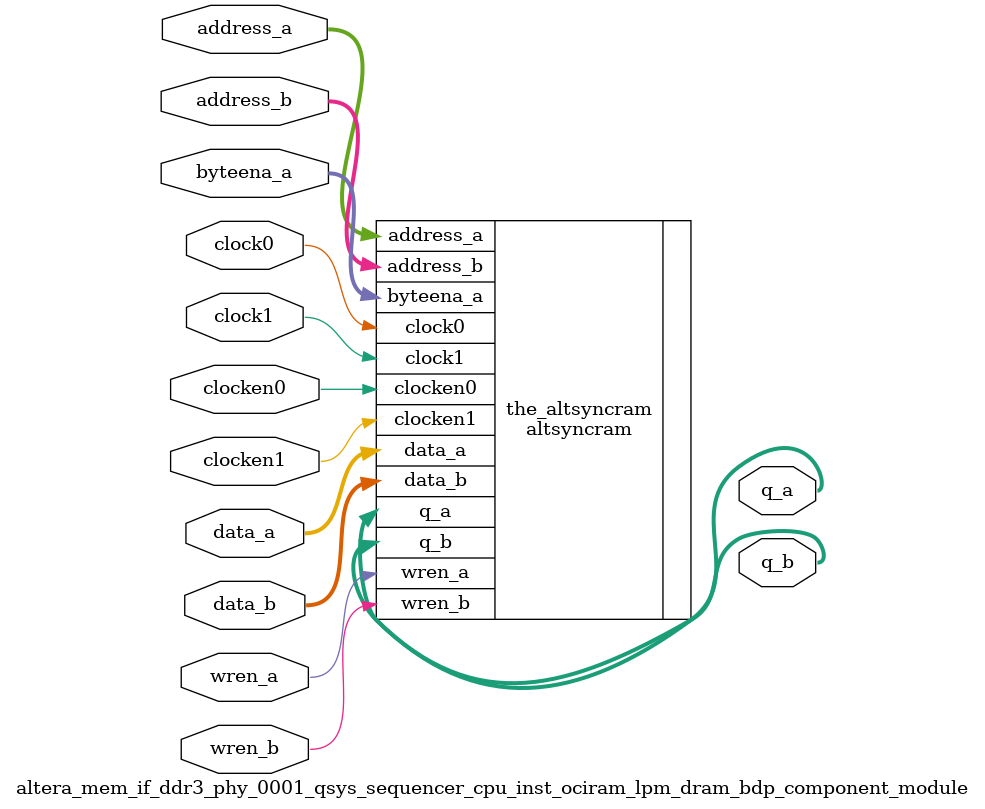
<source format=v>
module altera_mem_if_ddr3_phy_0001_qsys_sequencer_cpu_inst_ociram_lpm_dram_bdp_component_module (
                                                                                                  // inputs:
                                                                                                   address_a,
                                                                                                   address_b,
                                                                                                   byteena_a,
                                                                                                   clock0,
                                                                                                   clock1,
                                                                                                   clocken0,
                                                                                                   clocken1,
                                                                                                   data_a,
                                                                                                   data_b,
                                                                                                   wren_a,
                                                                                                   wren_b,
                                                                                                  // outputs:
                                                                                                   q_a,
                                                                                                   q_b
                                                                                                )
;
  parameter lpm_file = "UNUSED";
  output  [ 31: 0] q_a;
  output  [ 31: 0] q_b;
  input   [  7: 0] address_a;
  input   [  7: 0] address_b;
  input   [  3: 0] byteena_a;
  input            clock0;
  input            clock1;
  input            clocken0;
  input            clocken1;
  input   [ 31: 0] data_a;
  input   [ 31: 0] data_b;
  input            wren_a;
  input            wren_b;
  wire    [ 31: 0] q_a;
  wire    [ 31: 0] q_b;
  altsyncram the_altsyncram
    (
      .address_a (address_a),
      .address_b (address_b),
      .byteena_a (byteena_a),
      .clock0 (clock0),
      .clock1 (clock1),
      .clocken0 (clocken0),
      .clocken1 (clocken1),
      .data_a (data_a),
      .data_b (data_b),
      .q_a (q_a),
      .q_b (q_b),
      .wren_a (wren_a),
      .wren_b (wren_b)
    );
  defparam the_altsyncram.address_aclr_a = "NONE",
           the_altsyncram.address_aclr_b = "NONE",
           the_altsyncram.address_reg_b = "CLOCK1",
           the_altsyncram.indata_aclr_a = "NONE",
           the_altsyncram.indata_aclr_b = "NONE",
           the_altsyncram.init_file = lpm_file,
           the_altsyncram.intended_device_family = "STRATIXIV",
           the_altsyncram.lpm_type = "altsyncram",
           the_altsyncram.numwords_a = 256,
           the_altsyncram.numwords_b = 256,
           the_altsyncram.operation_mode = "BIDIR_DUAL_PORT",
           the_altsyncram.outdata_aclr_a = "NONE",
           the_altsyncram.outdata_aclr_b = "NONE",
           the_altsyncram.outdata_reg_a = "UNREGISTERED",
           the_altsyncram.outdata_reg_b = "UNREGISTERED",
           the_altsyncram.ram_block_type = "AUTO",
           the_altsyncram.read_during_write_mode_mixed_ports = "OLD_DATA",
           the_altsyncram.width_a = 32,
           the_altsyncram.width_b = 32,
           the_altsyncram.width_byteena_a = 4,
           the_altsyncram.widthad_a = 8,
           the_altsyncram.widthad_b = 8,
           the_altsyncram.wrcontrol_aclr_a = "NONE",
           the_altsyncram.wrcontrol_aclr_b = "NONE";
endmodule
</source>
